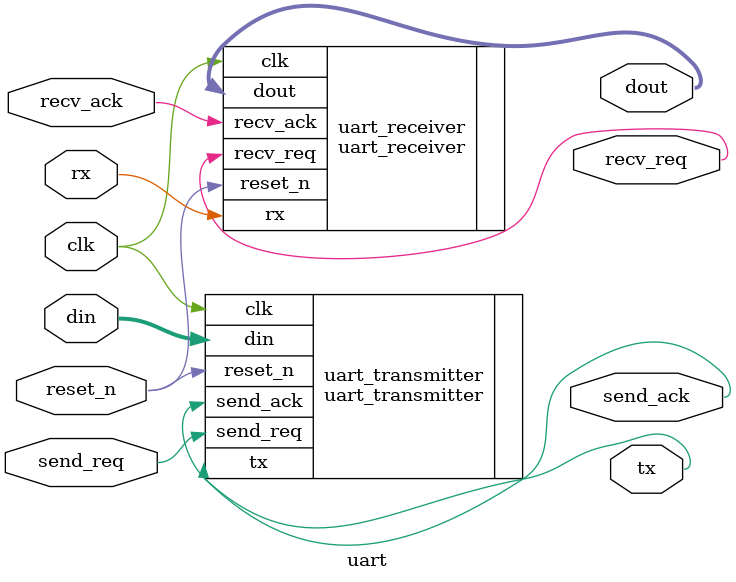
<source format=v>
module uart 
#(
  parameter SYS_FREQ        = 50000000                   ,
  parameter BAUD_RATE       = 9600                       ,
  parameter SAMPLE          = 16                         ,
  parameter CLOCK           = SYS_FREQ/(BAUD_RATE)       ,
  parameter BAUD_DV         = SYS_FREQ/(SAMPLE*BAUD_RATE),
  parameter DATA_SIZE       = 8,
  parameter BIT_COUNT_SIZE  = $clog2(DATA_SIZE+1)
)(
  input                  clk     ,    // Clock
  input                  reset_n ,  // Asynchronous reset active low
  input                  send_req,
  output                 send_ack,
  input                  recv_ack,
  output                 recv_req,
  input  [DATA_SIZE-1:0] din     ,
  output [DATA_SIZE-1:0] dout    ,
  input                  rx      ,
  output                 tx       
);

wire en, en_sample;


uart_transmitter #(
  .SYS_FREQ       (SYS_FREQ      ),
  .BAUD_RATE      (BAUD_RATE     ),
  .SAMPLE         (SAMPLE        ),
  .CLOCK          (CLOCK         ),
  .BAUD_DV        (BAUD_DV       ),
  .DATA_SIZE      (DATA_SIZE     ),
  .BIT_COUNT_SIZE (BIT_COUNT_SIZE)
) uart_transmitter (
  .clk     (clk     ),
  .reset_n (reset_n ),
  .din     (din     ),
  .tx      (tx      ),
  .send_req(send_req),
  .send_ack(send_ack)
);

uart_receiver #(
  .SYS_FREQ       (SYS_FREQ      ),
  .BAUD_RATE      (BAUD_RATE     ),
  .SAMPLE         (SAMPLE        ),
  .CLOCK          (CLOCK         ),
  .BAUD_DV        (BAUD_DV       ),
  .DATA_SIZE      (DATA_SIZE     ),
  .BIT_COUNT_SIZE (BIT_COUNT_SIZE)
) uart_receiver (
  .clk      (clk      ),
  .reset_n  (reset_n  ),
  .rx       (rx       ),
  .dout     (dout     ),
  .recv_req (recv_req ),
  .recv_ack (recv_ack )
);



endmodule
</source>
